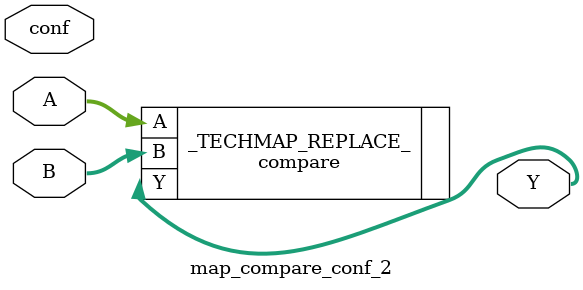
<source format=v>
(* techmap_celltype = "compare_conf_0" *)
module map_compare_conf_0 #(
)
(
    input wire[31:0] A,
    input wire[31:0] B,
    input wire[1:0] conf,
    output reg[31:0] Y
);

generate
    compare #(
        .conf(1'd0)
    ) _TECHMAP_REPLACE_ (
        .A(A),
        .B(B),
        .Y(Y)
    );

endgenerate

endmodule

(* techmap_celltype = "compare_conf_1" *)
module map_compare_conf_1 #(
)
(
    input wire[31:0] A,
    input wire[31:0] B,
    input wire[1:0] conf,
    output reg[31:0] Y
);

generate
    compare #(
        .conf(1'd1)
    ) _TECHMAP_REPLACE_ (
        .A(A),
        .B(B),
        .Y(Y)
    );

endgenerate

endmodule

(* techmap_celltype = "compare_conf_2" *)
module map_compare_conf_2 #(
)
(
    input wire[31:0] A,
    input wire[31:0] B,
    input wire[1:0] conf,
    output reg[31:0] Y
);

generate
    compare #(
        .conf(2'd2)
    ) _TECHMAP_REPLACE_ (
        .A(A),
        .B(B),
        .Y(Y)
    );

endgenerate

endmodule


</source>
